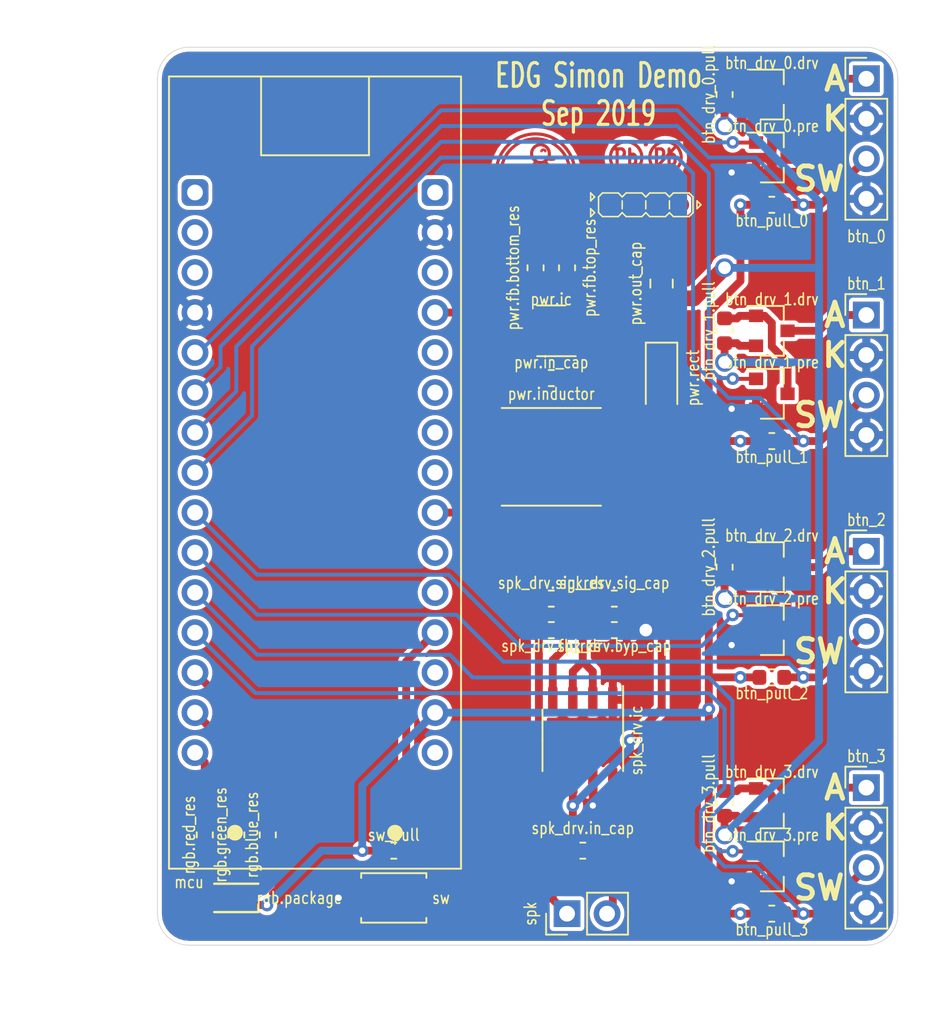
<source format=kicad_pcb>
(kicad_pcb (version 20171130) (host pcbnew "(5.1.0)-1")
  (layers (0 F.Cu signal) (31 B.Cu signal) (34 B.Paste user) (35 F.Paste user) (36 B.SilkS user) (37 F.SilkS user) (38 B.Mask user) (39 F.Mask user) (44 Edge.Cuts user))
  (net 0 "")
  (net 1 gnd)
  (net 2 btn_1.led_a)
  (net 3 rgb.blue_res.a)
  (net 4 rgb.green_res.a)
  (net 5 rgb.red_res.a)
  (net 6 spk_drv.spk2)
  (net 7 spk_drv.byp_cap.pos)
  (net 8 spk_drv.sig_res.a)
  (net 9 btn_drv_3.output)
  (net 10 mcu.digital_15)
  (net 11 btn_2.sw1)
  (net 12 btn_drv_0.pre.drain)
  (net 13 btn_drv_0.control)
  (net 14 btn_drv_3.control)
  (net 15 mcu.digital_19)
  (net 16 rgb.red)
  (net 17 pwr.sw)
  (net 18 spk_drv.sig_res.b)
  (net 19 btn_drv_0.output)
  (net 20 btn_drv_2.output)
  (net 21 btn_drv_1.pull.b)
  (net 22 btn_drv_2.pre.drain)
  (net 23 mcu.dac_1)
  (net 24 pwr.fb.out)
  (net 25 mcu.digital_14)
  (net 26 v12)
  (net 27 v5)
  (net 28 mcu.digital_12)
  (net 29 spk_drv.spk1)
  (net 30 mcu.digital_9)
  (net 31 v3v3)
  (net 32 mcu.digital_18)
  (net 33 mcu.digital_13)
  (net 34 btn_drv_3.drv.gate)
  (net 35 mcu.digital_17)
  (module Package_TO_SOT_SMD:SOT-23 (layer F.Cu) (at 159 32)
    (fp_text reference btn_drv_0.drv (at 0 -2) (layer F.SilkS) (effects (font (size 0.75 0.6) (thickness 0.1))))
    (fp_text value DMP3099L-7)
    (pad 3 smd rect (at 1 0) (size 0.9 0.8) (layers F.Cu F.Paste F.Mask) (net 19 btn_drv_0.output))
    (pad 2 smd rect (at -1 0.95) (size 0.9 0.8) (layers F.Cu F.Paste F.Mask) (net 26 v12))
    (pad 1 smd rect (at -1 -0.95) (size 0.9 0.8) (layers F.Cu F.Paste F.Mask) (net 12 btn_drv_0.pre.drain))
  )
  (module Package_TO_SOT_SMD:SOT-23 (layer F.Cu) (at 159 36)
    (fp_text reference btn_drv_0.pre (at 0 -2) (layer F.SilkS) (effects (font (size 0.75 0.6) (thickness 0.1))))
    (fp_text value NX138AKR)
    (pad 1 smd rect (at -1 -0.95) (size 0.9 0.8) (layers F.Cu F.Paste F.Mask) (net 13 btn_drv_0.control))
    (pad 2 smd rect (at -1 0.95) (size 0.9 0.8) (layers F.Cu F.Paste F.Mask) (net 1 gnd))
    (pad 3 smd rect (at 1 0) (size 0.9 0.8) (layers F.Cu F.Paste F.Mask) (net 12 btn_drv_0.pre.drain))
  )
  (module Resistor_SMD:R_0603_1608Metric (layer F.Cu) (at 156 32 90)
    (fp_text reference btn_drv_0.pull (at 0 -1 90) (layer F.SilkS) (effects (font (size 0.75 0.6) (thickness 0.1))))
    (fp_text value "10000, 1%, 0.1W")
    (pad 2 smd roundrect (at 0.7875 0 90) (size 0.875 0.95) (layers F.Cu F.Paste F.Mask) (net 12 btn_drv_0.pre.drain))
    (pad 1 smd roundrect (at -0.7875 0 90) (size 0.875 0.95) (layers F.Cu F.Paste F.Mask) (net 26 v12))
  )
  (module Package_TO_SOT_SMD:SOT-23 (layer F.Cu) (at 159 47)
    (fp_text reference btn_drv_1.drv (at 0 -2) (layer F.SilkS) (effects (font (size 0.75 0.6) (thickness 0.1))))
    (fp_text value DMP3099L-7)
    (pad 3 smd rect (at 1 0) (size 0.9 0.8) (layers F.Cu F.Paste F.Mask) (net 2 btn_1.led_a))
    (pad 2 smd rect (at -1 0.95) (size 0.9 0.8) (layers F.Cu F.Paste F.Mask) (net 26 v12))
    (pad 1 smd rect (at -1 -0.95) (size 0.9 0.8) (layers F.Cu F.Paste F.Mask) (net 21 btn_drv_1.pull.b))
  )
  (module Package_TO_SOT_SMD:SOT-23 (layer F.Cu) (at 159 51)
    (fp_text reference btn_drv_1.pre (at 0 -2) (layer F.SilkS) (effects (font (size 0.75 0.6) (thickness 0.1))))
    (fp_text value NX138AKR)
    (pad 1 smd rect (at -1 -0.95) (size 0.9 0.8) (layers F.Cu F.Paste F.Mask) (net 25 mcu.digital_14))
    (pad 2 smd rect (at -1 0.95) (size 0.9 0.8) (layers F.Cu F.Paste F.Mask) (net 1 gnd))
    (pad 3 smd rect (at 1 0) (size 0.9 0.8) (layers F.Cu F.Paste F.Mask) (net 21 btn_drv_1.pull.b))
  )
  (module Resistor_SMD:R_0603_1608Metric (layer F.Cu) (at 156 47 90)
    (fp_text reference btn_drv_1.pull (at 0 -1 90) (layer F.SilkS) (effects (font (size 0.75 0.6) (thickness 0.1))))
    (fp_text value "10000, 1%, 0.1W")
    (pad 1 smd roundrect (at -0.7875 0 90) (size 0.875 0.95) (layers F.Cu F.Paste F.Mask) (net 26 v12))
    (pad 2 smd roundrect (at 0.7875 0 90) (size 0.875 0.95) (layers F.Cu F.Paste F.Mask) (net 21 btn_drv_1.pull.b))
  )
  (module Package_TO_SOT_SMD:SOT-23 (layer F.Cu) (at 159 62)
    (fp_text reference btn_drv_2.drv (at 0 -2) (layer F.SilkS) (effects (font (size 0.75 0.6) (thickness 0.1))))
    (fp_text value DMP3099L-7)
    (pad 3 smd rect (at 1 0) (size 0.9 0.8) (layers F.Cu F.Paste F.Mask) (net 20 btn_drv_2.output))
    (pad 2 smd rect (at -1 0.95) (size 0.9 0.8) (layers F.Cu F.Paste F.Mask) (net 26 v12))
    (pad 1 smd rect (at -1 -0.95) (size 0.9 0.8) (layers F.Cu F.Paste F.Mask) (net 22 btn_drv_2.pre.drain))
  )
  (module Package_TO_SOT_SMD:SOT-23 (layer F.Cu) (at 159 66)
    (fp_text reference btn_drv_2.pre (at 0 -2) (layer F.SilkS) (effects (font (size 0.75 0.6) (thickness 0.1))))
    (fp_text value NX138AKR)
    (pad 3 smd rect (at 1 0) (size 0.9 0.8) (layers F.Cu F.Paste F.Mask) (net 22 btn_drv_2.pre.drain))
    (pad 2 smd rect (at -1 0.95) (size 0.9 0.8) (layers F.Cu F.Paste F.Mask) (net 1 gnd))
    (pad 1 smd rect (at -1 -0.95) (size 0.9 0.8) (layers F.Cu F.Paste F.Mask) (net 28 mcu.digital_12))
  )
  (module Resistor_SMD:R_0603_1608Metric (layer F.Cu) (at 156 62 90)
    (fp_text reference btn_drv_2.pull (at 0 -1 90) (layer F.SilkS) (effects (font (size 0.75 0.6) (thickness 0.1))))
    (fp_text value "10000, 1%, 0.1W")
    (pad 1 smd roundrect (at -0.7875 0 90) (size 0.875 0.95) (layers F.Cu F.Paste F.Mask) (net 26 v12))
    (pad 2 smd roundrect (at 0.7875 0 90) (size 0.875 0.95) (layers F.Cu F.Paste F.Mask) (net 22 btn_drv_2.pre.drain))
  )
  (module Package_TO_SOT_SMD:SOT-23 (layer F.Cu) (at 159 77)
    (fp_text reference btn_drv_3.drv (at 0 -2) (layer F.SilkS) (effects (font (size 0.75 0.6) (thickness 0.1))))
    (fp_text value DMP3099L-7)
    (pad 1 smd rect (at -1 -0.95) (size 0.9 0.8) (layers F.Cu F.Paste F.Mask) (net 34 btn_drv_3.drv.gate))
    (pad 2 smd rect (at -1 0.95) (size 0.9 0.8) (layers F.Cu F.Paste F.Mask) (net 26 v12))
    (pad 3 smd rect (at 1 0) (size 0.9 0.8) (layers F.Cu F.Paste F.Mask) (net 9 btn_drv_3.output))
  )
  (module Package_TO_SOT_SMD:SOT-23 (layer F.Cu) (at 159 81)
    (fp_text reference btn_drv_3.pre (at 0 -2) (layer F.SilkS) (effects (font (size 0.75 0.6) (thickness 0.1))))
    (fp_text value NX138AKR)
    (pad 1 smd rect (at -1 -0.95) (size 0.9 0.8) (layers F.Cu F.Paste F.Mask) (net 14 btn_drv_3.control))
    (pad 2 smd rect (at -1 0.95) (size 0.9 0.8) (layers F.Cu F.Paste F.Mask) (net 1 gnd))
    (pad 3 smd rect (at 1 0) (size 0.9 0.8) (layers F.Cu F.Paste F.Mask) (net 34 btn_drv_3.drv.gate))
  )
  (module Resistor_SMD:R_0603_1608Metric (layer F.Cu) (at 156 77 90)
    (fp_text reference btn_drv_3.pull (at 0 -1 90) (layer F.SilkS) (effects (font (size 0.75 0.6) (thickness 0.1))))
    (fp_text value "10000, 1%, 0.1W")
    (pad 1 smd roundrect (at -0.7875 0 90) (size 0.875 0.95) (layers F.Cu F.Paste F.Mask) (net 26 v12))
    (pad 2 smd roundrect (at 0.7875 0 90) (size 0.875 0.95) (layers F.Cu F.Paste F.Mask) (net 34 btn_drv_3.drv.gate))
  )
  (module Resistor_SMD:R_0603_1608Metric (layer F.Cu) (at 159 39)
    (fp_text reference btn_pull_0 (at 0 1) (layer F.SilkS) (effects (font (size 0.75 0.6) (thickness 0.1))))
    (fp_text value "10000, 1%, 0.1W")
    (pad 2 smd roundrect (at 0.7875 0) (size 0.875 0.95) (layers F.Cu F.Paste F.Mask) (net 10 mcu.digital_15))
    (pad 1 smd roundrect (at -0.7875 0) (size 0.875 0.95) (layers F.Cu F.Paste F.Mask) (net 31 v3v3))
  )
  (module Resistor_SMD:R_0603_1608Metric (layer F.Cu) (at 159 54)
    (fp_text reference btn_pull_1 (at 0 1) (layer F.SilkS) (effects (font (size 0.75 0.6) (thickness 0.1))))
    (fp_text value "10000, 1%, 0.1W")
    (pad 1 smd roundrect (at -0.7875 0) (size 0.875 0.95) (layers F.Cu F.Paste F.Mask) (net 31 v3v3))
    (pad 2 smd roundrect (at 0.7875 0) (size 0.875 0.95) (layers F.Cu F.Paste F.Mask) (net 33 mcu.digital_13))
  )
  (module Resistor_SMD:R_0603_1608Metric (layer F.Cu) (at 159 69)
    (fp_text reference btn_pull_2 (at 0 1) (layer F.SilkS) (effects (font (size 0.75 0.6) (thickness 0.1))))
    (fp_text value "10000, 1%, 0.1W")
    (pad 2 smd roundrect (at 0.7875 0) (size 0.875 0.95) (layers F.Cu F.Paste F.Mask) (net 11 btn_2.sw1))
    (pad 1 smd roundrect (at -0.7875 0) (size 0.875 0.95) (layers F.Cu F.Paste F.Mask) (net 31 v3v3))
  )
  (module Resistor_SMD:R_0603_1608Metric (layer F.Cu) (at 159 84)
    (fp_text reference btn_pull_3 (at 0 1) (layer F.SilkS) (effects (font (size 0.75 0.6) (thickness 0.1))))
    (fp_text value "10000, 1%, 0.1W")
    (pad 1 smd roundrect (at -0.7875 0) (size 0.875 0.95) (layers F.Cu F.Paste F.Mask) (net 31 v3v3))
    (pad 2 smd roundrect (at 0.7875 0) (size 0.875 0.95) (layers F.Cu F.Paste F.Mask) (net 30 mcu.digital_9))
  )
  (module calisco:Nucleo32 (layer F.Cu) (at 130 56)
    (fp_text reference mcu (at -8 26) (layer F.SilkS) (effects (font (size 0.75 0.6) (thickness 0.1))))
    (fp_text value Nucleo-F303K8)
    (pad 1 thru_hole roundrect (at -7.62 -17.78) (size 1.7 1.7) (drill 1) (layers *.Cu *.Mask))
    (pad 2 thru_hole circle (at -7.62 -15.24) (size 1.7 1.7) (drill 1) (layers *.Cu *.Mask))
    (pad 3 thru_hole circle (at -7.62 -12.7) (size 1.7 1.7) (drill 1) (layers *.Cu *.Mask))
    (pad 4 thru_hole circle (at -7.62 -10.16) (size 1.7 1.7) (drill 1) (layers *.Cu *.Mask) (net 1 gnd))
    (pad 5 thru_hole circle (at -7.62 -7.62) (size 1.7 1.7) (drill 1) (layers *.Cu *.Mask) (net 13 btn_drv_0.control))
    (pad 6 thru_hole circle (at -7.62 -5.08) (size 1.7 1.7) (drill 1) (layers *.Cu *.Mask) (net 10 mcu.digital_15))
    (pad 7 thru_hole circle (at -7.62 -2.54) (size 1.7 1.7) (drill 1) (layers *.Cu *.Mask) (net 25 mcu.digital_14))
    (pad 8 thru_hole circle (at -7.62 0) (size 1.7 1.7) (drill 1) (layers *.Cu *.Mask) (net 33 mcu.digital_13))
    (pad 9 thru_hole circle (at -7.62 2.54) (size 1.7 1.7) (drill 1) (layers *.Cu *.Mask) (net 28 mcu.digital_12))
    (pad 10 thru_hole circle (at -7.62 5.08) (size 1.7 1.7) (drill 1) (layers *.Cu *.Mask) (net 11 btn_2.sw1))
    (pad 11 thru_hole circle (at -7.62 7.62) (size 1.7 1.7) (drill 1) (layers *.Cu *.Mask) (net 14 btn_drv_3.control))
    (pad 12 thru_hole circle (at -7.62 10.16) (size 1.7 1.7) (drill 1) (layers *.Cu *.Mask) (net 30 mcu.digital_9))
    (pad 13 thru_hole circle (at -7.62 12.7) (size 1.7 1.7) (drill 1) (layers *.Cu *.Mask) (net 32 mcu.digital_18))
    (pad 14 thru_hole circle (at -7.62 15.24) (size 1.7 1.7) (drill 1) (layers *.Cu *.Mask) (net 15 mcu.digital_19))
    (pad 15 thru_hole circle (at -7.62 17.78) (size 1.7 1.7) (drill 1) (layers *.Cu *.Mask) (net 16 rgb.red))
    (pad 16 thru_hole roundrect (at 7.62 -17.78) (size 1.7 1.7) (drill 1) (layers *.Cu *.Mask))
    (pad 17 thru_hole circle (at 7.62 -15.24) (size 1.7 1.7) (drill 1) (layers *.Cu *.Mask) (net 1 gnd))
    (pad 18 thru_hole circle (at 7.62 -12.7) (size 1.7 1.7) (drill 1) (layers *.Cu *.Mask))
    (pad 19 thru_hole circle (at 7.62 -10.16) (size 1.7 1.7) (drill 1) (layers *.Cu *.Mask) (net 27 v5))
    (pad 20 thru_hole circle (at 7.62 -7.62) (size 1.7 1.7) (drill 1) (layers *.Cu *.Mask))
    (pad 21 thru_hole circle (at 7.62 -5.08) (size 1.7 1.7) (drill 1) (layers *.Cu *.Mask))
    (pad 22 thru_hole circle (at 7.62 -2.54) (size 1.7 1.7) (drill 1) (layers *.Cu *.Mask))
    (pad 23 thru_hole circle (at 7.62 0) (size 1.7 1.7) (drill 1) (layers *.Cu *.Mask))
    (pad 24 thru_hole circle (at 7.62 2.54) (size 1.7 1.7) (drill 1) (layers *.Cu *.Mask) (net 23 mcu.dac_1))
    (pad 25 thru_hole circle (at 7.62 5.08) (size 1.7 1.7) (drill 1) (layers *.Cu *.Mask))
    (pad 26 thru_hole circle (at 7.62 7.62) (size 1.7 1.7) (drill 1) (layers *.Cu *.Mask))
    (pad 27 thru_hole circle (at 7.62 10.16) (size 1.7 1.7) (drill 1) (layers *.Cu *.Mask) (net 35 mcu.digital_17))
    (pad 28 thru_hole circle (at 7.62 12.7) (size 1.7 1.7) (drill 1) (layers *.Cu *.Mask))
    (pad 29 thru_hole circle (at 7.62 15.24) (size 1.7 1.7) (drill 1) (layers *.Cu *.Mask) (net 31 v3v3))
    (pad 30 thru_hole circle (at 7.62 17.78) (size 1.7 1.7) (drill 1) (layers *.Cu *.Mask))
  )
  (module Resistor_SMD:R_0603_1608Metric (layer F.Cu) (at 127 79 90)
    (fp_text reference rgb.blue_res (at 0 -1 90) (layer F.SilkS) (effects (font (size 0.75 0.6) (thickness 0.1))))
    (fp_text value "1000, 1%, 0.1W")
    (pad 2 smd roundrect (at 0.7875 0 90) (size 0.875 0.95) (layers F.Cu F.Paste F.Mask) (net 32 mcu.digital_18))
    (pad 1 smd roundrect (at -0.7875 0 90) (size 0.875 0.95) (layers F.Cu F.Paste F.Mask) (net 3 rgb.blue_res.a))
  )
  (module Resistor_SMD:R_0603_1608Metric (layer F.Cu) (at 125 79 90)
    (fp_text reference rgb.green_res (at 0 -1 90) (layer F.SilkS) (effects (font (size 0.75 0.6) (thickness 0.1))))
    (fp_text value "1000, 1%, 0.1W")
    (pad 1 smd roundrect (at -0.7875 0 90) (size 0.875 0.95) (layers F.Cu F.Paste F.Mask) (net 4 rgb.green_res.a))
    (pad 2 smd roundrect (at 0.7875 0 90) (size 0.875 0.95) (layers F.Cu F.Paste F.Mask) (net 15 mcu.digital_19))
  )
  (module calisco:LED_RGB_0606 (layer F.Cu) (at 125 83 180)
    (fp_text reference rgb.package (at -4 0 180) (layer F.SilkS) (effects (font (size 0.75 0.6) (thickness 0.1))))
    (fp_text value "")
    (pad 4 smd rect (at 0.8 -0.45 180) (size 0.8 0.5) (layers F.Cu F.Paste F.Mask) (net 5 rgb.red_res.a))
    (pad 3 smd rect (at 0.8 0.45 180) (size 0.8 0.5) (layers F.Cu F.Paste F.Mask) (net 4 rgb.green_res.a))
    (pad 2 smd rect (at -0.8 0.45 180) (size 0.8 0.5) (layers F.Cu F.Paste F.Mask) (net 3 rgb.blue_res.a))
    (pad 1 smd rect (at -0.8 -0.45 180) (size 0.8 0.5) (layers F.Cu F.Paste F.Mask) (net 31 v3v3))
  )
  (module Resistor_SMD:R_0603_1608Metric (layer F.Cu) (at 123 79 90)
    (fp_text reference rgb.red_res (at 0 -1 90) (layer F.SilkS) (effects (font (size 0.75 0.6) (thickness 0.1))))
    (fp_text value "1000, 1%, 0.1W")
    (pad 2 smd roundrect (at 0.7875 0 90) (size 0.875 0.95) (layers F.Cu F.Paste F.Mask) (net 16 rgb.red))
    (pad 1 smd roundrect (at -0.7875 0 90) (size 0.875 0.95) (layers F.Cu F.Paste F.Mask) (net 5 rgb.red_res.a))
  )
  (module Connector_PinHeader_2.54mm:PinHeader_1x02_P2.54mm_Vertical (layer F.Cu) (at 146 84 90)
    (fp_text reference spk (at 0 -2.33 90) (layer F.SilkS) (effects (font (size 0.75 0.6) (thickness 0.1))))
    (fp_text value "Speaker	SP-1504")
    (pad 1 thru_hole rect (at 0 0 90) (size 1.7 1.7) (drill 1) (layers *.Cu *.Mask) (net 29 spk_drv.spk1))
    (pad 2 thru_hole oval (at 0 2.54 90) (size 1.7 1.7) (drill 1) (layers *.Cu *.Mask) (net 6 spk_drv.spk2))
  )
  (module Capacitor_SMD:C_0603_1608Metric (layer F.Cu) (at 149 66)
    (fp_text reference spk_drv.byp_cap (at 0 1) (layer F.SilkS) (effects (font (size 0.75 0.6) (thickness 0.1))))
    (fp_text value "1µF, 10V, CL10A105KP8NNNC")
    (pad 1 smd roundrect (at -0.7875 0) (size 0.875 0.95) (layers F.Cu F.Paste F.Mask) (net 7 spk_drv.byp_cap.pos))
    (pad 2 smd roundrect (at 0.7875 0) (size 0.875 0.95) (layers F.Cu F.Paste F.Mask) (net 1 gnd))
  )
  (module Resistor_SMD:R_0603_1608Metric (layer F.Cu) (at 145 66 180)
    (fp_text reference spk_drv.fb_res (at 0 -1 180) (layer F.SilkS) (effects (font (size 0.75 0.6) (thickness 0.1))))
    (fp_text value "22000, 1%, 0.1W")
    (pad 1 smd roundrect (at -0.7875 0 180) (size 0.875 0.95) (layers F.Cu F.Paste F.Mask) (net 18 spk_drv.sig_res.b))
    (pad 2 smd roundrect (at 0.7875 0 180) (size 0.875 0.95) (layers F.Cu F.Paste F.Mask) (net 29 spk_drv.spk1))
  )
  (module Capacitor_SMD:C_0603_1608Metric (layer F.Cu) (at 147 80)
    (fp_text reference spk_drv.in_cap (at 0 -1.43) (layer F.SilkS) (effects (font (size 0.75 0.6) (thickness 0.1))))
    (fp_text value "1µF, 10V, CL10A105KP8NNNC")
    (pad 2 smd roundrect (at 0.7875 0) (size 0.875 0.95) (layers F.Cu F.Paste F.Mask) (net 1 gnd))
    (pad 1 smd roundrect (at -0.7875 0) (size 0.875 0.95) (layers F.Cu F.Paste F.Mask) (net 27 v5))
  )
  (module Package_SO:SO-8_3.9x4.9mm_P1.27mm (layer F.Cu) (at 147 73 270)
    (fp_text reference spk_drv.ic (at 0 -3.4 270) (layer F.SilkS) (effects (font (size 0.75 0.6) (thickness 0.1))))
    (fp_text value LM4871MX)
    (pad 1 smd roundrect (at -2.575 -1.905 270) (size 1.75 0.6) (layers F.Cu F.Paste F.Mask) (net 1 gnd))
    (pad 2 smd roundrect (at -2.575 -0.635 270) (size 1.75 0.6) (layers F.Cu F.Paste F.Mask) (net 7 spk_drv.byp_cap.pos))
    (pad 3 smd roundrect (at -2.575 0.635 270) (size 1.75 0.6) (layers F.Cu F.Paste F.Mask) (net 7 spk_drv.byp_cap.pos))
    (pad 4 smd roundrect (at -2.575 1.905 270) (size 1.75 0.6) (layers F.Cu F.Paste F.Mask) (net 18 spk_drv.sig_res.b))
    (pad 5 smd roundrect (at 2.575 1.905 270) (size 1.75 0.6) (layers F.Cu F.Paste F.Mask) (net 29 spk_drv.spk1))
    (pad 6 smd roundrect (at 2.575 0.635 270) (size 1.75 0.6) (layers F.Cu F.Paste F.Mask) (net 27 v5))
    (pad 7 smd roundrect (at 2.575 -0.635 270) (size 1.75 0.6) (layers F.Cu F.Paste F.Mask) (net 1 gnd))
    (pad 8 smd roundrect (at 2.575 -1.905 270) (size 1.75 0.6) (layers F.Cu F.Paste F.Mask) (net 6 spk_drv.spk2))
  )
  (module Capacitor_SMD:C_0603_1608Metric (layer F.Cu) (at 149 64)
    (fp_text reference spk_drv.sig_cap (at 0 -1) (layer F.SilkS) (effects (font (size 0.75 0.6) (thickness 0.1))))
    (fp_text value "0.47µF, 25V, CL10B474KA8NFNC")
    (pad 1 smd roundrect (at -0.7875 0) (size 0.875 0.95) (layers F.Cu F.Paste F.Mask) (net 8 spk_drv.sig_res.a))
    (pad 2 smd roundrect (at 0.7875 0) (size 0.875 0.95) (layers F.Cu F.Paste F.Mask) (net 23 mcu.dac_1))
  )
  (module Resistor_SMD:R_0603_1608Metric (layer F.Cu) (at 145 64)
    (fp_text reference spk_drv.sig_res (at 0 -1) (layer F.SilkS) (effects (font (size 0.75 0.6) (thickness 0.1))))
    (fp_text value "22000, 1%, 0.1W")
    (pad 2 smd roundrect (at 0.7875 0) (size 0.875 0.95) (layers F.Cu F.Paste F.Mask) (net 18 spk_drv.sig_res.b))
    (pad 1 smd roundrect (at -0.7875 0) (size 0.875 0.95) (layers F.Cu F.Paste F.Mask) (net 8 spk_drv.sig_res.a))
  )
  (module Connector_PinHeader_2.54mm:PinHeader_1x04_P2.54mm_Vertical (layer F.Cu) (at 165 31)
    (fp_text reference btn_0 (at 0 10) (layer F.SilkS) (effects (font (size 0.75 0.6) (thickness 0.1))))
    (fp_text value DomeButton)
    (pad 4 thru_hole oval (at 0 7.62) (size 1.7 1.7) (drill 1) (layers *.Cu *.Mask) (net 1 gnd))
    (pad 3 thru_hole oval (at 0 5.08) (size 1.7 1.7) (drill 1) (layers *.Cu *.Mask) (net 10 mcu.digital_15))
    (pad 2 thru_hole oval (at 0 2.54) (size 1.7 1.7) (drill 1) (layers *.Cu *.Mask) (net 1 gnd))
    (pad 1 thru_hole rect (at 0 0) (size 1.7 1.7) (drill 1) (layers *.Cu *.Mask) (net 19 btn_drv_0.output))
  )
  (module Connector_PinHeader_2.54mm:PinHeader_1x04_P2.54mm_Vertical (layer F.Cu) (at 165 46)
    (fp_text reference btn_1 (at 0 -2) (layer F.SilkS) (effects (font (size 0.75 0.6) (thickness 0.1))))
    (fp_text value DomeButton)
    (pad 1 thru_hole rect (at 0 0) (size 1.7 1.7) (drill 1) (layers *.Cu *.Mask) (net 2 btn_1.led_a))
    (pad 2 thru_hole oval (at 0 2.54) (size 1.7 1.7) (drill 1) (layers *.Cu *.Mask) (net 1 gnd))
    (pad 3 thru_hole oval (at 0 5.08) (size 1.7 1.7) (drill 1) (layers *.Cu *.Mask) (net 33 mcu.digital_13))
    (pad 4 thru_hole oval (at 0 7.62) (size 1.7 1.7) (drill 1) (layers *.Cu *.Mask) (net 1 gnd))
  )
  (module Connector_PinHeader_2.54mm:PinHeader_1x04_P2.54mm_Vertical (layer F.Cu) (at 165 61)
    (fp_text reference btn_2 (at 0 -2) (layer F.SilkS) (effects (font (size 0.75 0.6) (thickness 0.1))))
    (fp_text value DomeButton)
    (pad 4 thru_hole oval (at 0 7.62) (size 1.7 1.7) (drill 1) (layers *.Cu *.Mask) (net 1 gnd))
    (pad 3 thru_hole oval (at 0 5.08) (size 1.7 1.7) (drill 1) (layers *.Cu *.Mask) (net 11 btn_2.sw1))
    (pad 2 thru_hole oval (at 0 2.54) (size 1.7 1.7) (drill 1) (layers *.Cu *.Mask) (net 1 gnd))
    (pad 1 thru_hole rect (at 0 0) (size 1.7 1.7) (drill 1) (layers *.Cu *.Mask) (net 20 btn_drv_2.output))
  )
  (module Connector_PinHeader_2.54mm:PinHeader_1x04_P2.54mm_Vertical (layer F.Cu) (at 165 76)
    (fp_text reference btn_3 (at 0 -2) (layer F.SilkS) (effects (font (size 0.75 0.6) (thickness 0.1))))
    (fp_text value DomeButton)
    (pad 1 thru_hole rect (at 0 0) (size 1.7 1.7) (drill 1) (layers *.Cu *.Mask) (net 9 btn_drv_3.output))
    (pad 2 thru_hole oval (at 0 2.54) (size 1.7 1.7) (drill 1) (layers *.Cu *.Mask) (net 1 gnd))
    (pad 3 thru_hole oval (at 0 5.08) (size 1.7 1.7) (drill 1) (layers *.Cu *.Mask) (net 30 mcu.digital_9))
    (pad 4 thru_hole oval (at 0 7.62) (size 1.7 1.7) (drill 1) (layers *.Cu *.Mask) (net 1 gnd))
  )
  (module calisco:Symbol_Duckling (layer F.Cu) (at 144 37)
    (fp_text reference duck hide)
    (fp_text value Duck hide)
    (fp_arc (start 0.255376 2.580879) (end 0.286757 1.643905) (angle -31.9) (layer F.Cu) (width 0.16))
    (fp_arc (start 0.255376 0.95693) (end -0.213243 1.768905) (angle -31.9) (layer F.Cu) (width 0.16))
    (fp_arc (start -1.045869 -1.397143) (end -0.303506 -0.391461) (angle -23.07391807) (layer F.Cu) (width 0.2))
    (fp_arc (start 0.820058 1.49895) (end 0.820058 1.43645) (angle -180) (layer F.Cu) (width 0.16))
    (fp_arc (start 0.820058 1.62395) (end 0.820058 1.56145) (angle -180) (layer F.Cu) (width 0.16))
    (fp_line (start -0.51095 1.424715) (end -0.201673 1.39873) (layer F.Cu) (width 0.2))
    (fp_line (start -1.072198 1.25) (end -0.807277 1.374087) (layer F.Cu) (width 0.2))
    (fp_line (start -0.201673 1.39873) (end 0.101295 1.297751) (layer F.Cu) (width 0.2))
    (fp_line (start 0.101295 1.297751) (end 0.379085 1.128065) (layer F.Cu) (width 0.2))
    (fp_arc (start 0.438855 0.614222) (end -0.303506 -0.391461) (angle -50.50954913) (layer F.Cu) (width 0.2))
    (fp_arc (start -2.057586 0.480902) (end -1.072198 1.25) (angle -34.91520625) (layer F.Cu) (width 0.2))
    (fp_line (start -0.807277 1.374087) (end -0.51095 1.424715) (layer F.Cu) (width 0.2))
    (fp_line (start 0.379085 1.128065) (end 0.614398 0.900241) (layer F.Cu) (width 0.2))
    (fp_line (start 0.614398 0.900241) (end 0.792579 0.628467) (layer F.Cu) (width 0.2))
    (fp_line (start 0.937407 0.022451) (end 0.895035 -0.27405) (layer F.Cu) (width 0.2))
    (fp_line (start 0.895035 -0.27405) (end 0.778054 -0.54137) (layer F.Cu) (width 0.2))
    (fp_line (start 0.778054 -0.54137) (end 0.59375 -0.762861) (layer F.Cu) (width 0.2))
    (fp_arc (start 1.417814 -1.468658) (end 0.869178 -1.169286) (angle -38.9) (layer F.Cu) (width 0.16))
    (fp_line (start 0.792579 0.628467) (end 0.902531 0.329667) (layer F.Cu) (width 0.2))
    (fp_arc (start 0.666915 0.805586) (end -0.013396 -0.243068) (angle -64) (layer F.Cu) (width 0.16))
    (fp_arc (start 0.5 -1.375) (end 0.62074 -1.407352) (angle -150) (layer F.Cu) (width 0.16))
    (fp_arc (start 0.286757 1.831405) (end 0.286757 1.768905) (angle -180) (layer F.Cu) (width 0.16))
    (fp_circle (center 0.3125 -1.25) (end 0.875 -1.25) (layer F.Cu) (width 0.2))
    (fp_arc (start 1.002382 -1.490866) (end 0.763205 -0.913443) (angle -38.9) (layer F.Cu) (width 0.16))
    (fp_line (start 0.902531 0.329667) (end 0.937407 0.022451) (layer F.Cu) (width 0.2))
    (fp_arc (start 0.286757 1.706405) (end 0.286757 1.643905) (angle -180) (layer F.Cu) (width 0.16))
    (fp_arc (start -0.639602 -0.290712) (end -0.573812 0.957555) (angle -73.5) (layer F.Cu) (width 0.16))
    (fp_arc (start 0.788677 0.749475) (end 0.320058 1.56145) (angle -31.9) (layer F.Cu) (width 0.16))
    (fp_arc (start 0 0) (end 1.093749 1.89443) (angle -300) (layer F.Cu) (width 0.2))
    (fp_arc (start 0.788677 2.373424) (end 0.820058 1.43645) (angle -31.9) (layer F.Cu) (width 0.16))
    (fp_line (start -0.150743 1.768905) (end -0.2 1.39571) (layer F.Cu) (width 0.2))
    (fp_circle (center 0 0) (end 2.5 0) (layer F.Cu) (width 0.2))
    (fp_line (start 0.382558 1.56145) (end 0.273702 1.202597) (layer F.Cu) (width 0.2))
    (fp_line (start -0.2 1.39571) (end -0.212004 1.146914) (layer F.Cu) (width 0.2))
  )
  (module calisco:Indicator_IdDots_4 (layer F.Cu) (at 151 39)
    (fp_text reference id hide)
    (fp_text value IdDots4)
    (fp_circle (center -2.25 0) (end -2 0) (layer F.Cu) (width 0.5))
    (fp_circle (center -0.75 0) (end -0.5 0) (layer F.Cu) (width 0.5))
    (fp_circle (center 0.75 0) (end 1 0) (layer F.Cu) (width 0.5))
    (fp_circle (center 2.25 0) (end 2.5 0) (layer F.Cu) (width 0.5))
  )
  (module calisco:Indicator_LeadFree (layer F.Cu) (at 151 36)
    (fp_text reference leadfree hide)
    (fp_text value LeadFree hide)
    (fp_text user Pb (at 1.25 0) (layer F.Cu) (effects (font (size 1 0.8) (thickness 0.2))))
    (fp_line (start 0.6 0.7) (end 1.9 -0.7) (layer F.Cu) (width 0.2))
    (fp_circle (center -1.25 0) (end -0.25 0) (layer F.Cu) (width 0.2))
    (fp_text user Pb (at -1.25 0) (layer F.Cu) (effects (font (size 1 0.8) (thickness 0.2))))
    (fp_circle (center 1.25 0) (end 2.25 0) (layer F.Cu) (width 0.2))
    (fp_line (start -2.05 -0.55) (end -1.8 -0.55) (layer F.Cu) (width 0.2))
    (fp_line (start -0.8 0.45) (end -0.4 0.45) (layer F.Cu) (width 0.2))
  )
  (module Button_Switch_SMD:SW_Push_SPST_NO_Alps_SKRK (layer F.Cu) (at 135 83)
    (fp_text reference sw (at 3 0) (layer F.SilkS) (effects (font (size 0.75 0.6) (thickness 0.1))))
    (fp_text value switch)
    (pad 2 smd roundrect (at 2.1 0) (size 0.8 2) (layers F.Cu F.Paste F.Mask) (net 35 mcu.digital_17))
    (pad 1 smd roundrect (at -2.1 0) (size 0.8 2) (layers F.Cu F.Paste F.Mask) (net 1 gnd))
  )
  (module Resistor_SMD:R_0603_1608Metric (layer F.Cu) (at 135 80)
    (fp_text reference sw_pull (at 0 -1) (layer F.SilkS) (effects (font (size 0.75 0.6) (thickness 0.1))))
    (fp_text value "10000, 1%, 0.1W")
    (pad 1 smd roundrect (at -0.7875 0) (size 0.875 0.95) (layers F.Cu F.Paste F.Mask) (net 31 v3v3))
    (pad 2 smd roundrect (at 0.7875 0) (size 0.875 0.95) (layers F.Cu F.Paste F.Mask) (net 35 mcu.digital_17))
  )
  (module Resistor_SMD:R_0603_1608Metric (layer F.Cu) (at 144 43 90)
    (fp_text reference pwr.fb.bottom_res (at 0 -1.43 90) (layer F.SilkS) (effects (font (size 0.75 0.6) (thickness 0.1))))
    (fp_text value "3900, 1%, 0.1W")
    (pad 1 smd roundrect (at -0.7875 0 90) (size 0.875 0.95) (layers F.Cu F.Paste F.Mask) (net 24 pwr.fb.out))
    (pad 2 smd roundrect (at 0.7875 0 90) (size 0.875 0.95) (layers F.Cu F.Paste F.Mask) (net 1 gnd))
  )
  (module Resistor_SMD:R_0603_1608Metric (layer F.Cu) (at 146 43 270)
    (fp_text reference pwr.fb.top_res (at 0 -1.43 270) (layer F.SilkS) (effects (font (size 0.75 0.6) (thickness 0.1))))
    (fp_text value "33000, 1%, 0.1W")
    (pad 2 smd roundrect (at 0.7875 0 270) (size 0.875 0.95) (layers F.Cu F.Paste F.Mask) (net 24 pwr.fb.out))
    (pad 1 smd roundrect (at -0.7875 0 270) (size 0.875 0.95) (layers F.Cu F.Paste F.Mask) (net 26 v12))
  )
  (module Package_TO_SOT_SMD:SOT-23-5 (layer F.Cu) (at 145 47 180)
    (fp_text reference pwr.ic (at 0 2 180) (layer F.SilkS) (effects (font (size 0.75 0.6) (thickness 0.1))))
    (fp_text value AP3012)
    (pad 1 smd rect (at -1.1 -0.95 180) (size 1.06 0.65) (layers F.Cu F.Paste F.Mask) (net 17 pwr.sw))
    (pad 2 smd rect (at -1.1 0 180) (size 1.06 0.65) (layers F.Cu F.Paste F.Mask) (net 1 gnd))
    (pad 3 smd rect (at -1.1 0.95 180) (size 1.06 0.65) (layers F.Cu F.Paste F.Mask) (net 24 pwr.fb.out))
    (pad 4 smd rect (at 1.1 0.95 180) (size 1.06 0.65) (layers F.Cu F.Paste F.Mask) (net 27 v5))
    (pad 5 smd rect (at 1.1 -0.95 180) (size 1.06 0.65) (layers F.Cu F.Paste F.Mask) (net 27 v5))
  )
  (module Inductor_SMD:L_Taiyo-Yuden_NR-60xx (layer F.Cu) (at 145 55)
    (fp_text reference pwr.inductor (at 0 -4) (layer F.SilkS) (effects (font (size 0.75 0.6) (thickness 0.1))))
    (fp_text value "68µH, 770mA, NR6028T680M")
    (pad 1 smd rect (at -2.35 0) (size 1.6 5.9) (layers F.Cu F.Paste F.Mask) (net 27 v5))
    (pad 2 smd rect (at 2.35 0) (size 1.6 5.9) (layers F.Cu F.Paste F.Mask) (net 17 pwr.sw))
  )
  (module Capacitor_SMD:C_0805_2012Metric (layer F.Cu) (at 152 44 90)
    (fp_text reference pwr.out_cap (at 0 -1.65 90) (layer F.SilkS) (effects (font (size 0.75 0.6) (thickness 0.1))))
    (fp_text value "10µF, 16V, CL21A106KOQNNNG")
    (pad 1 smd roundrect (at -0.9375 0 90) (size 0.975 1.4) (layers F.Cu F.Paste F.Mask) (net 26 v12))
    (pad 2 smd roundrect (at 0.9375 0 90) (size 0.975 1.4) (layers F.Cu F.Paste F.Mask) (net 1 gnd))
  )
  (module Diode_SMD:D_SOD-123 (layer F.Cu) (at 152 50 270)
    (fp_text reference pwr.rect (at 0 -2 270) (layer F.SilkS) (effects (font (size 0.75 0.6) (thickness 0.1))))
    (fp_text value BAT54GWJ)
    (pad 1 smd rect (at -1.65 0 270) (size 0.9 1.2) (layers F.Cu F.Paste F.Mask) (net 26 v12))
    (pad 2 smd rect (at 1.65 0 270) (size 0.9 1.2) (layers F.Cu F.Paste F.Mask) (net 17 pwr.sw))
  )
  (module Capacitor_SMD:C_0603_1608Metric (layer F.Cu) (at 145 50)
    (fp_text reference pwr.in_cap (at 0 -1) (layer F.SilkS) (effects (font (size 0.75 0.6) (thickness 0.1))))
    (fp_text value "1µF, 10V, CL10A105KP8NNNC")
    (pad 1 smd roundrect (at -0.7875 0) (size 0.875 0.95) (layers F.Cu F.Paste F.Mask) (net 27 v5))
    (pad 2 smd roundrect (at 0.7875 0) (size 0.875 0.95) (layers F.Cu F.Paste F.Mask) (net 1 gnd))
  )
  (gr_text A (at 163 46) (layer F.SilkS) (effects (font (size 1.5 1.5) (thickness 0.3))))
  (gr_text K (at 163 48.54) (layer F.SilkS) (effects (font (size 1.5 1.5) (thickness 0.3))))
  (gr_text A (at 163 61) (layer F.SilkS) (effects (font (size 1.5 1.5) (thickness 0.3))))
  (gr_text K (at 163 63.54) (layer F.SilkS) (effects (font (size 1.5 1.5) (thickness 0.3))))
  (gr_text A (at 163 76) (layer F.SilkS) (effects (font (size 1.5 1.5) (thickness 0.3))))
  (gr_text K (at 163 78.54) (layer F.SilkS) (effects (font (size 1.5 1.5) (thickness 0.3))))
  (gr_arc (start 165 31) (end 167 31) (angle -90) (layer Edge.Cuts) (width 0.05))
  (gr_arc (start 122 31) (end 122 29) (angle -90) (layer Edge.Cuts) (width 0.05))
  (gr_arc (start 122 84) (end 120 84) (angle -90) (layer Edge.Cuts) (width 0.05))
  (gr_arc (start 165 84) (end 165 86) (angle -90) (layer Edge.Cuts) (width 0.05))
  (gr_line (start 167 31) (end 167 84) (layer Edge.Cuts) (width 0.05))
  (gr_line (start 122 29) (end 165 29) (layer Edge.Cuts) (width 0.05))
  (gr_line (start 120 84) (end 120 31) (layer Edge.Cuts) (width 0.05))
  (gr_line (start 165 86) (end 122 86) (layer Edge.Cuts) (width 0.05))
  (gr_text "EDG Simon Demo\nSep 2019" (at 148 32) (layer F.SilkS) (effects (font (size 1.5 1) (thickness 0.2))))
  (gr_text SW (at 162 82.35) (layer F.SilkS) (effects (font (size 1.5 1.5) (thickness 0.3))))
  (gr_text SW (at 162 67.35) (layer F.SilkS) (effects (font (size 1.5 1.5) (thickness 0.3))))
  (gr_text SW (at 162 52.35) (layer F.SilkS) (effects (font (size 1.5 1.5) (thickness 0.3))))
  (gr_text SW (at 162 37.35) (layer F.SilkS) (effects (font (size 1.5 1.5) (thickness 0.3))))
  (gr_text K (at 163 33.54) (layer F.SilkS) (effects (font (size 1.5 1.5) (thickness 0.3))))
  (gr_text A (at 163 31) (layer F.SilkS) (effects (font (size 1.5 1.5) (thickness 0.3))))
  (segment (start 146.1 47) (end 145 47) (width 0.5) (layer F.Cu) (net 1))
  (segment (start 145 47) (end 145 49) (width 0.5) (layer F.Cu) (net 1))
  (segment (start 145.7875 50) (end 145.7875 49) (width 0.5) (layer F.Cu) (net 1))
  (segment (start 145.7875 49) (end 145 49) (width 0.5) (layer F.Cu) (net 1))
  (segment (start 145 45.556998) (end 145 47) (width 0.5) (layer F.Cu) (net 1))
  (segment (start 144.443002 45) (end 145 45.556998) (width 0.5) (layer F.Cu) (net 1))
  (segment (start 143 45) (end 144.443002 45) (width 0.5) (layer F.Cu) (net 1))
  (segment (start 144 42.2125) (end 143 42.2125) (width 0.5) (layer F.Cu) (net 1))
  (segment (start 143 42.2125) (end 143 45) (width 0.5) (layer F.Cu) (net 1))
  (segment (start 152 43.0625) (end 152 41) (width 0.5) (layer F.Cu) (net 1))
  (segment (start 152 41) (end 144 41) (width 0.5) (layer F.Cu) (net 1))
  (segment (start 144 41) (end 144 42.2125) (width 0.5) (layer F.Cu) (net 1))
  (via (at 156.449953 36.949953) (size 0.8) (drill 0.4) (layers F.Cu B.Cu) (net 1))
  (segment (start 156.45 36.95) (end 156.449953 36.949953) (width 0.5) (layer F.Cu) (net 1))
  (segment (start 158 36.95) (end 156.45 36.95) (width 0.5) (layer F.Cu) (net 1))
  (via (at 156.449953 51.949953) (size 0.8) (drill 0.4) (layers F.Cu B.Cu) (net 1))
  (segment (start 156.45 51.95) (end 156.449953 51.949953) (width 0.5) (layer F.Cu) (net 1))
  (segment (start 158 51.95) (end 156.45 51.95) (width 0.5) (layer F.Cu) (net 1))
  (via (at 156.449953 66.949953) (size 0.8) (drill 0.4) (layers F.Cu B.Cu) (net 1))
  (segment (start 156.45 66.95) (end 156.449953 66.949953) (width 0.5) (layer F.Cu) (net 1))
  (segment (start 158 66.95) (end 156.45 66.95) (width 0.5) (layer F.Cu) (net 1))
  (via (at 156.449953 81.949953) (size 0.8) (drill 0.4) (layers F.Cu B.Cu) (net 1))
  (segment (start 156.45 81.95) (end 156.449953 81.949953) (width 0.5) (layer F.Cu) (net 1))
  (segment (start 158 81.95) (end 156.45 81.95) (width 0.5) (layer F.Cu) (net 1))
  (segment (start 147.7875 80) (end 147.7875 78.2875) (width 0.5) (layer F.Cu) (net 1))
  (segment (start 147.7875 78.2875) (end 147.635 78.135) (width 0.5) (layer F.Cu) (net 1))
  (via (at 151 66) (size 1.2) (drill 0.8) (layers F.Cu B.Cu) (net 1))
  (segment (start 149.7875 66) (end 151 66) (width 0.5) (layer F.Cu) (net 1))
  (segment (start 148.905 72.595) (end 148.905 70.425) (width 0.25) (layer F.Cu) (net 1))
  (segment (start 147.635 73.865) (end 148.905 72.595) (width 0.25) (layer F.Cu) (net 1))
  (segment (start 147.635 75.575) (end 147.635 73.865) (width 0.25) (layer F.Cu) (net 1))
  (via (at 147.635 77.135) (size 0.8) (drill 0.4) (layers F.Cu B.Cu) (net 1))
  (segment (start 147.635 76.865) (end 147.635 77.135) (width 0.5) (layer F.Cu) (net 1))
  (segment (start 147.635 76.865) (end 147.635 75.575) (width 0.5) (layer F.Cu) (net 1))
  (segment (start 147.635 78.135) (end 147.635 76.865) (width 0.5) (layer F.Cu) (net 1))
  (via (at 131.5 83) (size 0.8) (drill 0.4) (layers F.Cu B.Cu) (net 1))
  (segment (start 132.9 83) (end 131.5 83) (width 0.5) (layer F.Cu) (net 1))
  (segment (start 162 47) (end 163 46) (width 0.5) (layer F.Cu) (net 2))
  (segment (start 163 46) (end 165 46) (width 0.5) (layer F.Cu) (net 2))
  (segment (start 160 47) (end 162 47) (width 0.5) (layer F.Cu) (net 2))
  (segment (start 160 32) (end 162 32) (width 0.5) (layer F.Cu) (net 19))
  (segment (start 163 31) (end 165 31) (width 0.5) (layer F.Cu) (net 19))
  (segment (start 162 32) (end 163 31) (width 0.5) (layer F.Cu) (net 19))
  (segment (start 162 62) (end 163 61) (width 0.5) (layer F.Cu) (net 20))
  (segment (start 163 61) (end 165 61) (width 0.5) (layer F.Cu) (net 20))
  (segment (start 160 62) (end 162 62) (width 0.5) (layer F.Cu) (net 20))
  (segment (start 158.55 31.05) (end 158 31.05) (width 0.5) (layer F.Cu) (net 12))
  (segment (start 159 31.5) (end 158.55 31.05) (width 0.5) (layer F.Cu) (net 12))
  (segment (start 159 33) (end 159 31.5) (width 0.5) (layer F.Cu) (net 12))
  (segment (start 160 36) (end 160 34) (width 0.5) (layer F.Cu) (net 12))
  (segment (start 160 34) (end 159 33) (width 0.5) (layer F.Cu) (net 12))
  (segment (start 156 31.2125) (end 156.7875 31.2125) (width 0.5) (layer F.Cu) (net 12))
  (segment (start 156.95 31.05) (end 158 31.05) (width 0.5) (layer F.Cu) (net 12))
  (segment (start 156.7875 31.2125) (end 156.95 31.05) (width 0.5) (layer F.Cu) (net 12))
  (segment (start 158.55 61.05) (end 158 61.05) (width 0.5) (layer F.Cu) (net 22))
  (segment (start 159 61.5) (end 158.55 61.05) (width 0.5) (layer F.Cu) (net 22))
  (segment (start 159 63) (end 159 61.5) (width 0.5) (layer F.Cu) (net 22))
  (segment (start 160 66) (end 160 64) (width 0.5) (layer F.Cu) (net 22))
  (segment (start 160 64) (end 159 63) (width 0.5) (layer F.Cu) (net 22))
  (segment (start 156 61.2125) (end 156.7875 61.2125) (width 0.5) (layer F.Cu) (net 22))
  (segment (start 156.95 61.05) (end 158 61.05) (width 0.5) (layer F.Cu) (net 22))
  (segment (start 156.7875 61.2125) (end 156.95 61.05) (width 0.5) (layer F.Cu) (net 22))
  (segment (start 162.08 54) (end 165 51.08) (width 0.5) (layer F.Cu) (net 33))
  (via (at 161 54) (size 0.8) (drill 0.4) (layers F.Cu B.Cu) (net 33))
  (segment (start 161 54) (end 162.08 54) (width 0.5) (layer F.Cu) (net 33))
  (segment (start 159.7875 54) (end 161 54) (width 0.5) (layer F.Cu) (net 33))
  (segment (start 162 77) (end 163 76) (width 0.5) (layer F.Cu) (net 9))
  (segment (start 163 76) (end 165 76) (width 0.5) (layer F.Cu) (net 9))
  (segment (start 160 77) (end 162 77) (width 0.5) (layer F.Cu) (net 9))
  (via (at 156.518769 35.037538) (size 0.8) (drill 0.4) (layers F.Cu B.Cu) (net 13))
  (segment (start 158 35.05) (end 156.531231 35.05) (width 0.25) (layer F.Cu) (net 13))
  (segment (start 156.531231 35.05) (end 156.518769 35.037538) (width 0.25) (layer F.Cu) (net 13))
  (segment (start 158.55 46.05) (end 158 46.05) (width 0.5) (layer F.Cu) (net 21))
  (segment (start 159 46.5) (end 158.55 46.05) (width 0.5) (layer F.Cu) (net 21))
  (segment (start 159 48) (end 159 46.5) (width 0.5) (layer F.Cu) (net 21))
  (segment (start 160 51) (end 160 49) (width 0.5) (layer F.Cu) (net 21))
  (segment (start 160 49) (end 159 48) (width 0.5) (layer F.Cu) (net 21))
  (segment (start 156 46.2125) (end 156.7875 46.2125) (width 0.5) (layer F.Cu) (net 21))
  (segment (start 156.95 46.05) (end 158 46.05) (width 0.5) (layer F.Cu) (net 21))
  (segment (start 156.7875 46.2125) (end 156.95 46.05) (width 0.5) (layer F.Cu) (net 21))
  (via (at 156.518769 65.037538) (size 0.8) (drill 0.4) (layers F.Cu B.Cu) (net 28))
  (segment (start 158 65.05) (end 156.531231 65.05) (width 0.25) (layer F.Cu) (net 28))
  (segment (start 156.531231 65.05) (end 156.518769 65.037538) (width 0.25) (layer F.Cu) (net 28))
  (segment (start 158.55 76.05) (end 158 76.05) (width 0.5) (layer F.Cu) (net 34))
  (segment (start 159 76.5) (end 158.55 76.05) (width 0.5) (layer F.Cu) (net 34))
  (segment (start 159 78) (end 159 76.5) (width 0.5) (layer F.Cu) (net 34))
  (segment (start 160 81) (end 160 79) (width 0.5) (layer F.Cu) (net 34))
  (segment (start 160 79) (end 159 78) (width 0.5) (layer F.Cu) (net 34))
  (segment (start 156 76.2125) (end 156.7875 76.2125) (width 0.5) (layer F.Cu) (net 34))
  (segment (start 156.95 76.05) (end 158 76.05) (width 0.5) (layer F.Cu) (net 34))
  (segment (start 156.7875 76.2125) (end 156.95 76.05) (width 0.5) (layer F.Cu) (net 34))
  (segment (start 147.35 55) (end 147.35 51.65) (width 1) (layer F.Cu) (net 17))
  (segment (start 147.35 51.65) (end 148 51) (width 1) (layer F.Cu) (net 17))
  (segment (start 152 51.65) (end 149.65 51.65) (width 1) (layer F.Cu) (net 17))
  (segment (start 149 51) (end 148 51) (width 1) (layer F.Cu) (net 17))
  (segment (start 149.65 51.65) (end 149 51) (width 1) (layer F.Cu) (net 17))
  (segment (start 146.1 47.95) (end 146.95 47.95) (width 0.5) (layer F.Cu) (net 17))
  (segment (start 148 49) (end 148 51) (width 0.5) (layer F.Cu) (net 17))
  (segment (start 146.95 47.95) (end 148 49) (width 0.5) (layer F.Cu) (net 17))
  (segment (start 162.08 39) (end 165 36.08) (width 0.5) (layer F.Cu) (net 10))
  (via (at 161 39) (size 0.8) (drill 0.4) (layers F.Cu B.Cu) (net 10))
  (segment (start 161 39) (end 162.08 39) (width 0.5) (layer F.Cu) (net 10))
  (segment (start 159.7875 39) (end 161 39) (width 0.5) (layer F.Cu) (net 10))
  (segment (start 162.08 84) (end 165 81.08) (width 0.5) (layer F.Cu) (net 30))
  (via (at 161 84) (size 0.8) (drill 0.4) (layers F.Cu B.Cu) (net 30))
  (segment (start 161 84) (end 162.08 84) (width 0.5) (layer F.Cu) (net 30))
  (segment (start 159.7875 84) (end 161 84) (width 0.5) (layer F.Cu) (net 30))
  (via (at 156.518769 50.037538) (size 0.8) (drill 0.4) (layers F.Cu B.Cu) (net 25))
  (segment (start 158 50.05) (end 156.531231 50.05) (width 0.25) (layer F.Cu) (net 25))
  (segment (start 156.531231 50.05) (end 156.518769 50.037538) (width 0.25) (layer F.Cu) (net 25))
  (segment (start 162.08 69) (end 165 66.08) (width 0.5) (layer F.Cu) (net 11))
  (via (at 161 69) (size 0.8) (drill 0.4) (layers F.Cu B.Cu) (net 11))
  (segment (start 161 69) (end 162.08 69) (width 0.5) (layer F.Cu) (net 11))
  (segment (start 159.7875 69) (end 161 69) (width 0.5) (layer F.Cu) (net 11))
  (segment (start 146 43.7875) (end 144 43.7875) (width 0.25) (layer F.Cu) (net 24))
  (segment (start 146.1 46.05) (end 146.1 45.6) (width 0.25) (layer F.Cu) (net 24))
  (segment (start 146.1 45.6) (end 145 44.5) (width 0.25) (layer F.Cu) (net 24))
  (segment (start 145 44.5) (end 145 43.7875) (width 0.25) (layer F.Cu) (net 24))
  (segment (start 147.7125 42.2125) (end 146 42.2125) (width 0.25) (layer F.Cu) (net 26))
  (segment (start 152 44.9375) (end 150.4375 44.9375) (width 0.25) (layer F.Cu) (net 26))
  (segment (start 150.4375 44.9375) (end 147.7125 42.2125) (width 0.25) (layer F.Cu) (net 26))
  (segment (start 156 32.7875) (end 156.7875 32.7875) (width 0.5) (layer F.Cu) (net 26))
  (segment (start 156.95 32.95) (end 158 32.95) (width 0.5) (layer F.Cu) (net 26))
  (segment (start 156.7875 32.7875) (end 156.95 32.95) (width 0.5) (layer F.Cu) (net 26))
  (segment (start 156 47.7875) (end 156.7875 47.7875) (width 0.5) (layer F.Cu) (net 26))
  (segment (start 156.95 47.95) (end 158 47.95) (width 0.5) (layer F.Cu) (net 26))
  (segment (start 156.7875 47.7875) (end 156.95 47.95) (width 0.5) (layer F.Cu) (net 26))
  (segment (start 156 62.7875) (end 156.7875 62.7875) (width 0.5) (layer F.Cu) (net 26))
  (segment (start 156.95 62.95) (end 158 62.95) (width 0.5) (layer F.Cu) (net 26))
  (segment (start 156.7875 62.7875) (end 156.95 62.95) (width 0.5) (layer F.Cu) (net 26))
  (segment (start 156 77.7875) (end 156.7875 77.7875) (width 0.5) (layer F.Cu) (net 26))
  (segment (start 156.95 77.95) (end 158 77.95) (width 0.5) (layer F.Cu) (net 26))
  (segment (start 156.7875 77.7875) (end 156.95 77.95) (width 0.5) (layer F.Cu) (net 26))
  (via (at 156 49) (size 1.2) (drill 0.8) (layers F.Cu B.Cu) (net 26))
  (segment (start 156 47.7875) (end 156 49) (width 0.5) (layer F.Cu) (net 26))
  (via (at 156 64) (size 1.2) (drill 0.8) (layers F.Cu B.Cu) (net 26))
  (segment (start 156 62.7875) (end 156 64) (width 0.5) (layer F.Cu) (net 26))
  (via (at 156 79) (size 1.2) (drill 0.8) (layers F.Cu B.Cu) (net 26))
  (segment (start 156 77.7875) (end 156 79) (width 0.5) (layer F.Cu) (net 26))
  (segment (start 144.2125 50) (end 142 50) (width 1) (layer F.Cu) (net 27))
  (segment (start 142.65 55) (end 142.65 51.65) (width 1) (layer F.Cu) (net 27))
  (segment (start 142 51) (end 142 50) (width 1) (layer F.Cu) (net 27))
  (segment (start 142.65 51.65) (end 142 51) (width 1) (layer F.Cu) (net 27))
  (segment (start 142.05 47.95) (end 142 48) (width 0.5) (layer F.Cu) (net 27))
  (segment (start 143.9 47.95) (end 142.05 47.95) (width 0.5) (layer F.Cu) (net 27))
  (segment (start 142 48) (end 142 50) (width 0.5) (layer F.Cu) (net 27))
  (via (at 156.518769 80.037538) (size 0.8) (drill 0.4) (layers F.Cu B.Cu) (net 14))
  (segment (start 158 80.05) (end 156.531231 80.05) (width 0.25) (layer F.Cu) (net 14))
  (segment (start 156.531231 80.05) (end 156.518769 80.037538) (width 0.25) (layer F.Cu) (net 14))
  (segment (start 127 79.7875) (end 127 82) (width 0.5) (layer F.Cu) (net 3))
  (segment (start 126.45 82.55) (end 125.8 82.55) (width 0.5) (layer F.Cu) (net 3))
  (segment (start 127 82) (end 126.45 82.55) (width 0.5) (layer F.Cu) (net 3))
  (segment (start 125 79.7875) (end 125 80.5) (width 0.5) (layer F.Cu) (net 4))
  (segment (start 124.2 81.3) (end 124.2 82.55) (width 0.5) (layer F.Cu) (net 4))
  (segment (start 125 80.5) (end 124.2 81.3) (width 0.5) (layer F.Cu) (net 4))
  (segment (start 123 79.7875) (end 123 83) (width 0.5) (layer F.Cu) (net 5))
  (segment (start 123.45 83.45) (end 124.2 83.45) (width 0.5) (layer F.Cu) (net 5))
  (segment (start 123 83) (end 123.45 83.45) (width 0.5) (layer F.Cu) (net 5))
  (segment (start 148.905 83.635) (end 148.54 84) (width 0.5) (layer F.Cu) (net 6))
  (segment (start 148.905 75.575) (end 148.905 83.635) (width 0.5) (layer F.Cu) (net 6))
  (segment (start 146.365 70.425) (end 146.365 68.635) (width 0.5) (layer F.Cu) (net 7))
  (segment (start 147.635 70.425) (end 147.635 68.635) (width 0.5) (layer F.Cu) (net 7))
  (segment (start 147.635 68.635) (end 147 68) (width 0.5) (layer F.Cu) (net 7))
  (segment (start 147 68) (end 146.365 68.635) (width 0.5) (layer F.Cu) (net 7))
  (segment (start 148.2125 66) (end 147.5 66) (width 0.5) (layer F.Cu) (net 7))
  (segment (start 147 66.5) (end 147 68) (width 0.5) (layer F.Cu) (net 7))
  (segment (start 147.5 66) (end 147 66.5) (width 0.5) (layer F.Cu) (net 7))
  (segment (start 145.7875 64) (end 145.7875 66) (width 0.5) (layer F.Cu) (net 18))
  (segment (start 145.7875 66) (end 145.7875 67.2125) (width 0.5) (layer F.Cu) (net 18))
  (segment (start 145.095 67.905) (end 145.095 70.425) (width 0.5) (layer F.Cu) (net 18))
  (segment (start 145.7875 67.2125) (end 145.095 67.905) (width 0.5) (layer F.Cu) (net 18))
  (segment (start 145.095 83.095) (end 146 84) (width 0.5) (layer F.Cu) (net 29))
  (segment (start 145.095 75.575) (end 145.095 83.095) (width 0.5) (layer F.Cu) (net 29))
  (segment (start 144.2125 66) (end 144.2125 73.2125) (width 0.5) (layer F.Cu) (net 29))
  (segment (start 145.095 74.095) (end 145.095 75.575) (width 0.5) (layer F.Cu) (net 29))
  (segment (start 144.2125 73.2125) (end 145.095 74.095) (width 0.5) (layer F.Cu) (net 29))
  (segment (start 137.62 58.54) (end 139.54 58.54) (width 0.5) (layer F.Cu) (net 23))
  (segment (start 139.54 58.54) (end 143 62) (width 0.5) (layer F.Cu) (net 23))
  (segment (start 149.7875 64) (end 149.7875 62.7875) (width 0.5) (layer F.Cu) (net 23))
  (segment (start 149 62) (end 147 62) (width 0.5) (layer F.Cu) (net 23))
  (segment (start 149.7875 62.7875) (end 149 62) (width 0.5) (layer F.Cu) (net 23))
  (segment (start 143 62) (end 147 62) (width 0.5) (layer F.Cu) (net 23))
  (segment (start 147 62) (end 148 62) (width 0.5) (layer F.Cu) (net 23))
  (segment (start 144.2125 63.7875) (end 145 63) (width 0.5) (layer F.Cu) (net 8))
  (segment (start 144.2125 64) (end 144.2125 63.7875) (width 0.5) (layer F.Cu) (net 8))
  (segment (start 145 63) (end 146.5 63) (width 0.5) (layer F.Cu) (net 8))
  (segment (start 146.5 63) (end 147.5 64) (width 0.5) (layer F.Cu) (net 8))
  (segment (start 147.5 64) (end 148.2125 64) (width 0.5) (layer F.Cu) (net 8))
  (segment (start 158 36) (end 161 39) (width 0.25) (layer B.Cu) (net 10))
  (segment (start 124 49.3) (end 124 48) (width 0.25) (layer B.Cu) (net 10))
  (segment (start 122.38 50.92) (end 124 49.3) (width 0.25) (layer B.Cu) (net 10))
  (segment (start 124 48) (end 138 34) (width 0.25) (layer B.Cu) (net 10))
  (segment (start 138 34) (end 153 34) (width 0.25) (layer B.Cu) (net 10))
  (segment (start 153 34) (end 155 36) (width 0.25) (layer B.Cu) (net 10))
  (segment (start 155 36) (end 158 36) (width 0.25) (layer B.Cu) (net 10))
  (segment (start 160.5 68.5) (end 161 69) (width 0.25) (layer B.Cu) (net 11))
  (segment (start 160 68) (end 160.5 68.5) (width 0.25) (layer B.Cu) (net 11))
  (segment (start 141.950002 68) (end 160 68) (width 0.25) (layer B.Cu) (net 11))
  (segment (start 138.975001 65.024999) (end 141.950002 68) (width 0.25) (layer B.Cu) (net 11))
  (segment (start 126.324999 65.024999) (end 138.975001 65.024999) (width 0.25) (layer B.Cu) (net 11))
  (segment (start 122.38 61.08) (end 126.324999 65.024999) (width 0.25) (layer B.Cu) (net 11))
  (segment (start 156.481231 35) (end 156.518769 35.037538) (width 0.5) (layer B.Cu) (net 13))
  (segment (start 155.037538 35.037538) (end 156.518769 35.037538) (width 0.25) (layer B.Cu) (net 13))
  (segment (start 153 33) (end 155.037538 35.037538) (width 0.25) (layer B.Cu) (net 13))
  (segment (start 138 33) (end 153 33) (width 0.25) (layer B.Cu) (net 13))
  (segment (start 122.38 48.38) (end 122.62 48.38) (width 0.25) (layer B.Cu) (net 13))
  (segment (start 122.62 48.38) (end 138 33) (width 0.25) (layer B.Cu) (net 13))
  (segment (start 126.324999 67.564999) (end 122.38 63.62) (width 0.25) (layer B.Cu) (net 14))
  (segment (start 138.564999 67.564999) (end 126.324999 67.564999) (width 0.25) (layer B.Cu) (net 14))
  (segment (start 140 69) (end 138.564999 67.564999) (width 0.25) (layer B.Cu) (net 14))
  (segment (start 156.518769 80.037538) (end 155.727736 80.037538) (width 0.25) (layer B.Cu) (net 14))
  (segment (start 155 79.309802) (end 155 78) (width 0.25) (layer B.Cu) (net 14))
  (segment (start 155 78) (end 156.5 76.5) (width 0.25) (layer B.Cu) (net 14))
  (segment (start 156.5 76.5) (end 156.5 70.5) (width 0.25) (layer B.Cu) (net 14))
  (segment (start 155 69) (end 140 69) (width 0.25) (layer B.Cu) (net 14))
  (segment (start 155.727736 80.037538) (end 155 79.309802) (width 0.25) (layer B.Cu) (net 14))
  (segment (start 156.5 70.5) (end 155 69) (width 0.25) (layer B.Cu) (net 14))
  (segment (start 125 73.86) (end 122.38 71.24) (width 0.5) (layer F.Cu) (net 15))
  (segment (start 125 78.2125) (end 125 73.86) (width 0.5) (layer F.Cu) (net 15))
  (segment (start 123 74.4) (end 122.38 73.78) (width 0.5) (layer F.Cu) (net 16))
  (segment (start 123 78.2125) (end 123 74.4) (width 0.5) (layer F.Cu) (net 16))
  (segment (start 122.38 53.46) (end 125 50.84) (width 0.25) (layer B.Cu) (net 25))
  (segment (start 125 50.84) (end 125 48) (width 0.25) (layer B.Cu) (net 25))
  (segment (start 125 48) (end 138 35) (width 0.25) (layer B.Cu) (net 25))
  (segment (start 138 35) (end 153 35) (width 0.25) (layer B.Cu) (net 25))
  (segment (start 153 35) (end 155 37) (width 0.25) (layer B.Cu) (net 25))
  (segment (start 155 49.309802) (end 155.690198 50) (width 0.25) (layer B.Cu) (net 25))
  (segment (start 155 37) (end 155 49.309802) (width 0.25) (layer B.Cu) (net 25))
  (segment (start 156.481231 50) (end 156.518769 50.037538) (width 0.25) (layer B.Cu) (net 25))
  (segment (start 155.690198 50) (end 156.481231 50) (width 0.25) (layer B.Cu) (net 25))
  (segment (start 162 73) (end 156 79) (width 0.5) (layer B.Cu) (net 26))
  (segment (start 156 64) (end 162 64) (width 0.5) (layer B.Cu) (net 26))
  (segment (start 162 64) (end 162 73) (width 0.5) (layer B.Cu) (net 26))
  (segment (start 156 49) (end 162 49) (width 0.5) (layer B.Cu) (net 26))
  (segment (start 162 46) (end 162 49) (width 0.5) (layer B.Cu) (net 26))
  (segment (start 162 49) (end 162 64) (width 0.5) (layer B.Cu) (net 26))
  (segment (start 162 38.801198) (end 157.188792 33.98999) (width 0.5) (layer B.Cu) (net 26))
  (segment (start 157.188792 33.98999) (end 156 33.98999) (width 0.5) (layer B.Cu) (net 26))
  (segment (start 156 32.7875) (end 156 33.98999) (width 0.5) (layer F.Cu) (net 26))
  (via (at 156 33.98999) (size 1.2) (drill 0.8) (layers F.Cu B.Cu) (net 26))
  (segment (start 152 46) (end 152 44.9375) (width 1) (layer F.Cu) (net 26))
  (segment (start 152 46.5) (end 152 46) (width 1) (layer F.Cu) (net 26))
  (segment (start 152 48.35) (end 152 46.5) (width 1) (layer F.Cu) (net 26))
  (segment (start 152 46.5) (end 152 44.9375) (width 1) (layer F.Cu) (net 26))
  (via (at 156.000008 43) (size 1.2) (drill 0.8) (layers F.Cu B.Cu) (net 26))
  (segment (start 152 44.9375) (end 154.0625 44.9375) (width 1) (layer F.Cu) (net 26))
  (segment (start 156 43) (end 156.000008 43) (width 1) (layer F.Cu) (net 26))
  (segment (start 154.0625 44.9375) (end 156 43) (width 1) (layer F.Cu) (net 26))
  (segment (start 156.000008 43) (end 162 43) (width 0.5) (layer B.Cu) (net 26))
  (segment (start 162 46) (end 162 43) (width 0.5) (layer B.Cu) (net 26))
  (segment (start 162 43) (end 162 38.801198) (width 0.5) (layer B.Cu) (net 26))
  (segment (start 137.62 45.84) (end 141.84 45.84) (width 0.5) (layer F.Cu) (net 27))
  (segment (start 142.05 46.05) (end 143.9 46.05) (width 0.5) (layer F.Cu) (net 27))
  (segment (start 141.84 45.84) (end 142.05 46.05) (width 0.5) (layer F.Cu) (net 27))
  (segment (start 142 46.1) (end 142 48) (width 0.5) (layer F.Cu) (net 27))
  (segment (start 142.05 46.05) (end 142 46.1) (width 0.5) (layer F.Cu) (net 27))
  (segment (start 146.2125 80) (end 146.2125 78.2875) (width 0.5) (layer F.Cu) (net 27))
  (segment (start 146.2125 78.2875) (end 146.365 78.135) (width 0.5) (layer F.Cu) (net 27))
  (via (at 146.365 77.135) (size 0.8) (drill 0.4) (layers F.Cu B.Cu) (net 27))
  (segment (start 146.365 77.135) (end 146.365 75.575) (width 0.5) (layer F.Cu) (net 27))
  (segment (start 146.365 78.135) (end 146.365 77.135) (width 0.5) (layer F.Cu) (net 27))
  (via (at 150 73) (size 0.8) (drill 0.4) (layers F.Cu B.Cu) (net 27))
  (segment (start 150 73.5) (end 150 73) (width 0.5) (layer B.Cu) (net 27))
  (segment (start 146.365 77.135) (end 150 73.5) (width 0.5) (layer B.Cu) (net 27))
  (segment (start 152.010001 70.989999) (end 150 73) (width 0.5) (layer F.Cu) (net 27))
  (segment (start 152.010001 63.010001) (end 152.010001 70.989999) (width 0.5) (layer F.Cu) (net 27))
  (segment (start 149 60) (end 152.010001 63.010001) (width 0.5) (layer F.Cu) (net 27))
  (segment (start 144 60) (end 149 60) (width 0.5) (layer F.Cu) (net 27))
  (segment (start 142.65 55) (end 142.65 58.65) (width 0.5) (layer F.Cu) (net 27))
  (segment (start 142.65 58.65) (end 144 60) (width 0.5) (layer F.Cu) (net 27))
  (segment (start 154.556307 67) (end 156.518769 65.037538) (width 0.25) (layer B.Cu) (net 28))
  (segment (start 143 67) (end 154.556307 67) (width 0.25) (layer B.Cu) (net 28))
  (segment (start 138.484999 62.484999) (end 143 67) (width 0.25) (layer B.Cu) (net 28))
  (segment (start 122.38 58.54) (end 126.324999 62.484999) (width 0.25) (layer B.Cu) (net 28))
  (segment (start 126.324999 62.484999) (end 138.484999 62.484999) (width 0.25) (layer B.Cu) (net 28))
  (segment (start 158 81) (end 161 84) (width 0.25) (layer B.Cu) (net 30))
  (segment (start 156 81) (end 158 81) (width 0.25) (layer B.Cu) (net 30))
  (segment (start 126.22 70) (end 155 70) (width 0.25) (layer B.Cu) (net 30))
  (segment (start 122.38 66.16) (end 126.22 70) (width 0.25) (layer B.Cu) (net 30))
  (segment (start 154.5 79.5) (end 156 81) (width 0.25) (layer B.Cu) (net 30))
  (segment (start 155 70) (end 156 71) (width 0.25) (layer B.Cu) (net 30))
  (segment (start 156 71) (end 156 76) (width 0.25) (layer B.Cu) (net 30))
  (segment (start 156 76) (end 154.5 77.5) (width 0.25) (layer B.Cu) (net 30))
  (segment (start 154.5 77.5) (end 154.5 79.5) (width 0.25) (layer B.Cu) (net 30))
  (segment (start 125.8 83.45) (end 126.95 83.45) (width 0.5) (layer F.Cu) (net 31))
  (via (at 126.95 83.45) (size 0.8) (drill 0.4) (layers F.Cu B.Cu) (net 31))
  (via (at 133 80) (size 0.8) (drill 0.4) (layers F.Cu B.Cu) (net 31))
  (segment (start 134.2125 80) (end 133 80) (width 0.5) (layer F.Cu) (net 31))
  (via (at 157 54) (size 0.8) (drill 0.4) (layers F.Cu B.Cu) (net 31))
  (segment (start 158.2125 54) (end 157 54) (width 0.5) (layer F.Cu) (net 31))
  (via (at 157 39) (size 0.8) (drill 0.4) (layers F.Cu B.Cu) (net 31))
  (segment (start 158.2125 39) (end 157 39) (width 0.5) (layer F.Cu) (net 31))
  (segment (start 158.2125 69) (end 157 69) (width 0.5) (layer F.Cu) (net 31))
  (via (at 157 69) (size 0.8) (drill 0.4) (layers F.Cu B.Cu) (net 31))
  (via (at 157 84) (size 0.8) (drill 0.4) (layers F.Cu B.Cu) (net 31))
  (segment (start 158.2125 84) (end 157 84) (width 0.5) (layer F.Cu) (net 31))
  (segment (start 133 75.86) (end 137.62 71.24) (width 0.5) (layer B.Cu) (net 31))
  (segment (start 133 80) (end 133 75.86) (width 0.5) (layer B.Cu) (net 31))
  (via (at 155 71) (size 0.8) (drill 0.4) (layers F.Cu B.Cu) (net 31))
  (segment (start 137.62 71.24) (end 154.76 71.24) (width 0.5) (layer B.Cu) (net 31))
  (segment (start 154.76 71.24) (end 155 71) (width 0.5) (layer B.Cu) (net 31))
  (segment (start 154.989999 78.515199) (end 154.989999 82.989999) (width 0.5) (layer F.Cu) (net 31))
  (segment (start 155 71) (end 155 78.505198) (width 0.5) (layer F.Cu) (net 31))
  (segment (start 155 78.505198) (end 154.989999 78.515199) (width 0.5) (layer F.Cu) (net 31))
  (segment (start 156 84) (end 157 84) (width 0.5) (layer F.Cu) (net 31))
  (segment (start 154.989999 82.989999) (end 156 84) (width 0.5) (layer F.Cu) (net 31))
  (segment (start 154.989999 64.484801) (end 154.989999 54.010001) (width 0.5) (layer F.Cu) (net 31))
  (segment (start 155 64.494802) (end 154.989999 64.484801) (width 0.5) (layer F.Cu) (net 31))
  (segment (start 155 54) (end 157 54) (width 0.5) (layer F.Cu) (net 31))
  (segment (start 154.989999 54.010001) (end 155 54) (width 0.5) (layer F.Cu) (net 31))
  (segment (start 157 69) (end 155 69) (width 0.5) (layer F.Cu) (net 31))
  (segment (start 155 71) (end 155 69) (width 0.5) (layer F.Cu) (net 31))
  (segment (start 155 69) (end 155 64.494802) (width 0.5) (layer F.Cu) (net 31))
  (segment (start 157.010009 39.010009) (end 157 39) (width 0.5) (layer F.Cu) (net 31))
  (segment (start 157.010009 43.838287) (end 157.010009 39.010009) (width 0.5) (layer F.Cu) (net 31))
  (segment (start 154.989999 45.858297) (end 157.010009 43.838287) (width 0.5) (layer F.Cu) (net 31))
  (segment (start 154.989999 54.010001) (end 154.989999 45.858297) (width 0.5) (layer F.Cu) (net 31))
  (segment (start 130.4 80) (end 133 80) (width 0.5) (layer B.Cu) (net 31))
  (segment (start 126.95 83.45) (end 130.4 80) (width 0.5) (layer B.Cu) (net 31))
  (segment (start 127 73.32) (end 122.38 68.7) (width 0.5) (layer F.Cu) (net 32))
  (segment (start 127 78.2125) (end 127 73.32) (width 0.5) (layer F.Cu) (net 32))
  (segment (start 122.38 56) (end 126 52.38) (width 0.25) (layer B.Cu) (net 33))
  (segment (start 126 47.985894) (end 137.985894 36) (width 0.25) (layer B.Cu) (net 33))
  (segment (start 126 52.38) (end 126 47.985894) (width 0.25) (layer B.Cu) (net 33))
  (segment (start 137.985894 36) (end 153 36) (width 0.25) (layer B.Cu) (net 33))
  (segment (start 153 36) (end 154 37) (width 0.25) (layer B.Cu) (net 33))
  (segment (start 154 37) (end 154 49) (width 0.25) (layer B.Cu) (net 33))
  (segment (start 158.264952 51.264952) (end 161 54) (width 0.25) (layer B.Cu) (net 33))
  (segment (start 156.264952 51.264952) (end 158.264952 51.264952) (width 0.25) (layer B.Cu) (net 33))
  (segment (start 154 49) (end 156.264952 51.264952) (width 0.25) (layer B.Cu) (net 33))
  (segment (start 135.7875 67.9925) (end 137.62 66.16) (width 0.5) (layer F.Cu) (net 35))
  (segment (start 135.7875 80) (end 135.7875 67.9925) (width 0.5) (layer F.Cu) (net 35))
  (segment (start 137.1 80.4) (end 137.1 83) (width 0.5) (layer F.Cu) (net 35))
  (segment (start 135.7875 80) (end 136.7 80) (width 0.5) (layer F.Cu) (net 35))
  (segment (start 136.7 80) (end 137.1 80.4) (width 0.5) (layer F.Cu) (net 35))
  (zone (net 1) (net_name gnd) (layer F.Cu) (connect_pads (clearance 0.254)) (min_thickness 0.254) (fill yes (arc_segments 32) (thermal_gap 0.254) (thermal_bridge_width 0.508))
    (polygon (pts (xy 115 26) (xy 115 91) (xy 170 91) (xy 170 26)))
  )
  (zone (net 1) (net_name gnd) (layer B.Cu) (connect_pads (clearance 0.254)) (min_thickness 0.254) (fill yes (arc_segments 32) (thermal_gap 0.254) (thermal_bridge_width 0.508))
    (polygon (pts (xy 110 26) (xy 110 91) (xy 170 91) (xy 170 26)))
  )
)
</source>
